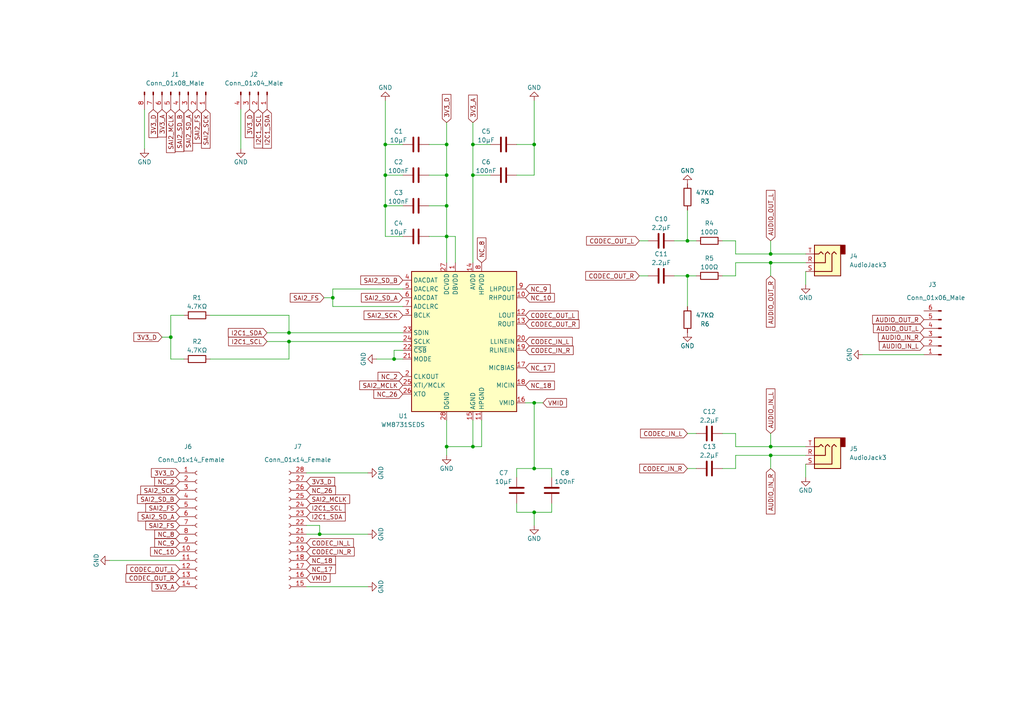
<source format=kicad_sch>
(kicad_sch (version 20231120) (generator "eeschema") (generator_version "8.0")
  (paper "A4")
  (title_block (title "Daisy Seed Development Kit External Codec WM8731") (date "2023-11-08") (rev "1.0.1"))
  (lib_symbols
    (symbol "Audio:WM8731SEDS"
      (property "Reference" "U" (at -13.97 21.59 0))
      (property "Value" "WM8731SEDS" (at 0 5.08 0))
      (symbol "WM8731SEDS_0_1"
        (rectangle (start -15.24 20.32) (end 15.24 -20.32) (stroke (width 0.254)) (fill (type background)))
      )
      (symbol "WM8731SEDS_1_1"
        (pin power_in line (at -2.54 22.86 270) (length 2.54) (name "DBVDD") (number "1"))
        (pin output line (at 17.78 12.7 180) (length 2.54) (name "RHPOUT") (number "10"))
        (pin power_in line (at 5.08 -22.86 90) (length 2.54) (name "HPGND") (number "11"))
        (pin output line (at 17.78 7.62 180) (length 2.54) (name "LOUT") (number "12"))
        (pin output line (at 17.78 5.08 180) (length 2.54) (name "ROUT") (number "13"))
        (pin power_in line (at 2.54 22.86 270) (length 2.54) (name "AVDD") (number "14"))
        (pin power_in line (at 2.54 -22.86 90) (length 2.54) (name "AGND") (number "15"))
        (pin passive line (at 17.78 -17.78 180) (length 2.54) (name "VMID") (number "16"))
        (pin output line (at 17.78 -7.62 180) (length 2.54) (name "MICBIAS") (number "17"))
        (pin input line (at 17.78 -12.7 180) (length 2.54) (name "MICIN") (number "18"))
        (pin input line (at 17.78 -2.54 180) (length 2.54) (name "RLINEIN") (number "19"))
        (pin output line (at -17.78 -10.16 0) (length 2.54) (name "CLKOUT") (number "2"))
        (pin input line (at 17.78 0 180) (length 2.54) (name "LLINEIN") (number "20"))
        (pin input line (at -17.78 -5.08 0) (length 2.54) (name "MODE") (number "21"))
        (pin input line (at -17.78 -2.54 0) (length 2.54) (name "~{CSB}") (number "22"))
        (pin bidirectional line (at -17.78 2.54 0) (length 2.54) (name "SDIN") (number "23"))
        (pin input line (at -17.78 0 0) (length 2.54) (name "SCLK") (number "24"))
        (pin input line (at -17.78 -12.7 0) (length 2.54) (name "XTI/MCLK") (number "25"))
        (pin output line (at -17.78 -15.24 0) (length 2.54) (name "XTO") (number "26"))
        (pin power_in line (at -5.08 22.86 270) (length 2.54) (name "DCVDD") (number "27"))
        (pin power_in line (at -5.08 -22.86 90) (length 2.54) (name "DGND") (number "28"))
        (pin bidirectional line (at -17.78 7.62 0) (length 2.54) (name "BCLK") (number "3"))
        (pin input line (at -17.78 17.78 0) (length 2.54) (name "DACDAT") (number "4"))
        (pin bidirectional line (at -17.78 15.24 0) (length 2.54) (name "DACLRC") (number "5"))
        (pin output line (at -17.78 12.7 0) (length 2.54) (name "ADCDAT") (number "6"))
        (pin bidirectional line (at -17.78 10.16 0) (length 2.54) (name "ADCLRC") (number "7"))
        (pin power_in line (at 5.08 22.86 270) (length 2.54) (name "HPVDD") (number "8"))
        (pin output line (at 17.78 15.24 180) (length 2.54) (name "LHPOUT") (number "9"))
      )
    )
    (symbol "Conn_01x14_Female_1" (pin_names (offset 1.016) hide)
      (property "Reference" "J?" (at 2.54 25.4 0))
      (property "Value" "Conn_01x14_Female_1" (at 2.54 21.59 0))
      (symbol "Conn_01x14_Female_1_1_1"
        (arc (start 0 -17.272) (mid -0.5058 -17.78) (end 0 -18.288) (stroke (width 0.1524)))
        (arc (start 0 -14.732) (mid -0.5058 -15.24) (end 0 -15.748) (stroke (width 0.1524)))
        (arc (start 0 -12.192) (mid -0.5058 -12.7) (end 0 -13.208) (stroke (width 0.1524)))
        (arc (start 0 -9.652) (mid -0.5058 -10.16) (end 0 -10.668) (stroke (width 0.1524)))
        (arc (start 0 -7.112) (mid -0.5058 -7.62) (end 0 -8.128) (stroke (width 0.1524)))
        (arc (start 0 -4.572) (mid -0.5058 -5.08) (end 0 -5.588) (stroke (width 0.1524)))
        (arc (start 0 -2.032) (mid -0.5058 -2.54) (end 0 -3.048) (stroke (width 0.1524)))
        (polyline (pts (xy -1.27 -17.78) (xy -0.508 -17.78)) (stroke (width 0.1524)))
        (polyline (pts (xy -1.27 -15.24) (xy -0.508 -15.24)) (stroke (width 0.1524)))
        (polyline (pts (xy -1.27 -12.7) (xy -0.508 -12.7)) (stroke (width 0.1524)))
        (polyline (pts (xy -1.27 -10.16) (xy -0.508 -10.16)) (stroke (width 0.1524)))
        (polyline (pts (xy -1.27 -7.62) (xy -0.508 -7.62)) (stroke (width 0.1524)))
        (polyline (pts (xy -1.27 -5.08) (xy -0.508 -5.08)) (stroke (width 0.1524)))
        (polyline (pts (xy -1.27 -2.54) (xy -0.508 -2.54)) (stroke (width 0.1524)))
        (polyline (pts (xy -1.27 0) (xy -0.508 0)) (stroke (width 0.1524)))
        (polyline (pts (xy -1.27 2.54) (xy -0.508 2.54)) (stroke (width 0.1524)))
        (polyline (pts (xy -1.27 5.08) (xy -0.508 5.08)) (stroke (width 0.1524)))
        (polyline (pts (xy -1.27 7.62) (xy -0.508 7.62)) (stroke (width 0.1524)))
        (polyline (pts (xy -1.27 10.16) (xy -0.508 10.16)) (stroke (width 0.1524)))
        (polyline (pts (xy -1.27 12.7) (xy -0.508 12.7)) (stroke (width 0.1524)))
        (polyline (pts (xy -1.27 15.24) (xy -0.508 15.24)) (stroke (width 0.1524)))
        (arc (start 0 0.508) (mid -0.5058 0) (end 0 -0.508) (stroke (width 0.1524)))
        (arc (start 0 3.048) (mid -0.5058 2.54) (end 0 2.032) (stroke (width 0.1524)))
        (arc (start 0 5.588) (mid -0.5058 5.08) (end 0 4.572) (stroke (width 0.1524)))
        (arc (start 0 8.128) (mid -0.5058 7.62) (end 0 7.112) (stroke (width 0.1524)))
        (arc (start 0 10.668) (mid -0.5058 10.16) (end 0 9.652) (stroke (width 0.1524)))
        (arc (start 0 13.208) (mid -0.5058 12.7) (end 0 12.192) (stroke (width 0.1524)))
        (arc (start 0 15.748) (mid -0.5058 15.24) (end 0 14.732) (stroke (width 0.1524)))
        (pin passive line (at -5.08 15.24 0) (length 3.81) (name "Pin_1") (number "15"))
        (pin passive line (at -5.08 12.7 0) (length 3.81) (name "Pin_2") (number "16"))
        (pin passive line (at -5.08 10.16 0) (length 3.81) (name "Pin_3") (number "17"))
        (pin passive line (at -5.08 7.62 0) (length 3.81) (name "Pin_4") (number "18"))
        (pin passive line (at -5.08 5.08 0) (length 3.81) (name "Pin_5") (number "19"))
        (pin passive line (at -5.08 2.54 0) (length 3.81) (name "Pin_6") (number "20"))
        (pin passive line (at -5.08 0 0) (length 3.81) (name "Pin_7") (number "21"))
        (pin passive line (at -5.08 -2.54 0) (length 3.81) (name "Pin_8") (number "22"))
        (pin passive line (at -5.08 -5.08 0) (length 3.81) (name "Pin_9") (number "23"))
        (pin passive line (at -5.08 -7.62 0) (length 3.81) (name "Pin_10") (number "24"))
        (pin passive line (at -5.08 -10.16 0) (length 3.81) (name "Pin_11") (number "25"))
        (pin passive line (at -5.08 -12.7 0) (length 3.81) (name "Pin_12") (number "26"))
        (pin passive line (at -5.08 -15.24 0) (length 3.81) (name "Pin_13") (number "27"))
        (pin passive line (at -5.08 -17.78 0) (length 3.81) (name "Pin_14") (number "28"))
      )
    )
    (symbol "Connector:AudioJack3"
      (property "Reference" "J" (at 0 8.89 0))
      (property "Value" "AudioJack3" (at 0 6.35 0))
      (symbol "AudioJack3_0_1"
        (rectangle (start -5.08 -5.08) (end -6.35 -2.54) (stroke (width 0.254)) (fill (type outline)))
        (polyline (pts (xy 0 -2.54) (xy 0.635 -3.175) (xy 1.27 -2.54) (xy 2.54 -2.54)) (stroke (width 0.254)))
        (polyline (pts (xy -1.905 -2.54) (xy -1.27 -3.175) (xy -0.635 -2.54) (xy -0.635 0) (xy 2.54 0)) (stroke (width 0.254)))
        (polyline (pts (xy 2.54 2.54) (xy -2.54 2.54) (xy -2.54 -2.54) (xy -3.175 -3.175) (xy -3.81 -2.54)) (stroke (width 0.254)))
        (rectangle (start 2.54 3.81) (end -5.08 -5.08) (stroke (width 0.254)) (fill (type background)))
      )
      (symbol "AudioJack3_1_1"
        (pin passive line (at 5.08 0 180) (length 2.54) (name "~") (number "R"))
        (pin passive line (at 5.08 2.54 180) (length 2.54) (name "~") (number "S"))
        (pin passive line (at 5.08 -2.54 180) (length 2.54) (name "~") (number "T"))
      )
    )
    (symbol "Connector:Conn_01x04_Male" (pin_names (offset 1.016) hide)
      (property "Reference" "J" (at 0 5.08 0))
      (property "Value" "Conn_01x04_Male" (at 0 -7.62 0))
      (symbol "Conn_01x04_Male_1_1"
        (polyline (pts (xy 1.27 -5.08) (xy 0.8636 -5.08)) (stroke (width 0.1524)))
        (polyline (pts (xy 1.27 -2.54) (xy 0.8636 -2.54)) (stroke (width 0.1524)))
        (polyline (pts (xy 1.27 0) (xy 0.8636 0)) (stroke (width 0.1524)))
        (polyline (pts (xy 1.27 2.54) (xy 0.8636 2.54)) (stroke (width 0.1524)))
        (rectangle (start 0.8636 -4.953) (end 0 -5.207) (stroke (width 0.1524)) (fill (type outline)))
        (rectangle (start 0.8636 -2.413) (end 0 -2.667) (stroke (width 0.1524)) (fill (type outline)))
        (rectangle (start 0.8636 0.127) (end 0 -0.127) (stroke (width 0.1524)) (fill (type outline)))
        (rectangle (start 0.8636 2.667) (end 0 2.413) (stroke (width 0.1524)) (fill (type outline)))
        (pin passive line (at 5.08 2.54 180) (length 3.81) (name "Pin_1") (number "1"))
        (pin passive line (at 5.08 0 180) (length 3.81) (name "Pin_2") (number "2"))
        (pin passive line (at 5.08 -2.54 180) (length 3.81) (name "Pin_3") (number "3"))
        (pin passive line (at 5.08 -5.08 180) (length 3.81) (name "Pin_4") (number "4"))
      )
    )
    (symbol "Connector:Conn_01x06_Male" (pin_names (offset 1.016) hide)
      (property "Reference" "J" (at 0 7.62 0))
      (property "Value" "Conn_01x06_Male" (at 0 -10.16 0))
      (symbol "Conn_01x06_Male_1_1"
        (polyline (pts (xy 1.27 -7.62) (xy 0.8636 -7.62)) (stroke (width 0.1524)))
        (polyline (pts (xy 1.27 -5.08) (xy 0.8636 -5.08)) (stroke (width 0.1524)))
        (polyline (pts (xy 1.27 -2.54) (xy 0.8636 -2.54)) (stroke (width 0.1524)))
        (polyline (pts (xy 1.27 0) (xy 0.8636 0)) (stroke (width 0.1524)))
        (polyline (pts (xy 1.27 2.54) (xy 0.8636 2.54)) (stroke (width 0.1524)))
        (polyline (pts (xy 1.27 5.08) (xy 0.8636 5.08)) (stroke (width 0.1524)))
        (rectangle (start 0.8636 -7.493) (end 0 -7.747) (stroke (width 0.1524)) (fill (type outline)))
        (rectangle (start 0.8636 -4.953) (end 0 -5.207) (stroke (width 0.1524)) (fill (type outline)))
        (rectangle (start 0.8636 -2.413) (end 0 -2.667) (stroke (width 0.1524)) (fill (type outline)))
        (rectangle (start 0.8636 0.127) (end 0 -0.127) (stroke (width 0.1524)) (fill (type outline)))
        (rectangle (start 0.8636 2.667) (end 0 2.413) (stroke (width 0.1524)) (fill (type outline)))
        (rectangle (start 0.8636 5.207) (end 0 4.953) (stroke (width 0.1524)) (fill (type outline)))
        (pin passive line (at 5.08 5.08 180) (length 3.81) (name "Pin_1") (number "1"))
        (pin passive line (at 5.08 2.54 180) (length 3.81) (name "Pin_2") (number "2"))
        (pin passive line (at 5.08 0 180) (length 3.81) (name "Pin_3") (number "3"))
        (pin passive line (at 5.08 -2.54 180) (length 3.81) (name "Pin_4") (number "4"))
        (pin passive line (at 5.08 -5.08 180) (length 3.81) (name "Pin_5") (number "5"))
        (pin passive line (at 5.08 -7.62 180) (length 3.81) (name "Pin_6") (number "6"))
      )
    )
    (symbol "Connector:Conn_01x08_Male" (pin_names (offset 1.016) hide)
      (property "Reference" "J" (at 0 10.16 0))
      (property "Value" "Conn_01x08_Male" (at 0 -12.7 0))
      (symbol "Conn_01x08_Male_1_1"
        (polyline (pts (xy 1.27 -10.16) (xy 0.8636 -10.16)) (stroke (width 0.1524)))
        (polyline (pts (xy 1.27 -7.62) (xy 0.8636 -7.62)) (stroke (width 0.1524)))
        (polyline (pts (xy 1.27 -5.08) (xy 0.8636 -5.08)) (stroke (width 0.1524)))
        (polyline (pts (xy 1.27 -2.54) (xy 0.8636 -2.54)) (stroke (width 0.1524)))
        (polyline (pts (xy 1.27 0) (xy 0.8636 0)) (stroke (width 0.1524)))
        (polyline (pts (xy 1.27 2.54) (xy 0.8636 2.54)) (stroke (width 0.1524)))
        (polyline (pts (xy 1.27 5.08) (xy 0.8636 5.08)) (stroke (width 0.1524)))
        (polyline (pts (xy 1.27 7.62) (xy 0.8636 7.62)) (stroke (width 0.1524)))
        (rectangle (start 0.8636 -10.033) (end 0 -10.287) (stroke (width 0.1524)) (fill (type outline)))
        (rectangle (start 0.8636 -7.493) (end 0 -7.747) (stroke (width 0.1524)) (fill (type outline)))
        (rectangle (start 0.8636 -4.953) (end 0 -5.207) (stroke (width 0.1524)) (fill (type outline)))
        (rectangle (start 0.8636 -2.413) (end 0 -2.667) (stroke (width 0.1524)) (fill (type outline)))
        (rectangle (start 0.8636 0.127) (end 0 -0.127) (stroke (width 0.1524)) (fill (type outline)))
        (rectangle (start 0.8636 2.667) (end 0 2.413) (stroke (width 0.1524)) (fill (type outline)))
        (rectangle (start 0.8636 5.207) (end 0 4.953) (stroke (width 0.1524)) (fill (type outline)))
        (rectangle (start 0.8636 7.747) (end 0 7.493) (stroke (width 0.1524)) (fill (type outline)))
        (pin passive line (at 5.08 7.62 180) (length 3.81) (name "Pin_1") (number "1"))
        (pin passive line (at 5.08 5.08 180) (length 3.81) (name "Pin_2") (number "2"))
        (pin passive line (at 5.08 2.54 180) (length 3.81) (name "Pin_3") (number "3"))
        (pin passive line (at 5.08 0 180) (length 3.81) (name "Pin_4") (number "4"))
        (pin passive line (at 5.08 -2.54 180) (length 3.81) (name "Pin_5") (number "5"))
        (pin passive line (at 5.08 -5.08 180) (length 3.81) (name "Pin_6") (number "6"))
        (pin passive line (at 5.08 -7.62 180) (length 3.81) (name "Pin_7") (number "7"))
        (pin passive line (at 5.08 -10.16 180) (length 3.81) (name "Pin_8") (number "8"))
      )
    )
    (symbol "Connector:Conn_01x14_Female" (pin_names (offset 1.016) hide)
      (property "Reference" "J" (at 0 17.78 0))
      (property "Value" "Conn_01x14_Female" (at 0 -20.32 0))
      (symbol "Conn_01x14_Female_1_1"
        (arc (start 0 -17.272) (mid -0.5058 -17.78) (end 0 -18.288) (stroke (width 0.1524)))
        (arc (start 0 -14.732) (mid -0.5058 -15.24) (end 0 -15.748) (stroke (width 0.1524)))
        (arc (start 0 -12.192) (mid -0.5058 -12.7) (end 0 -13.208) (stroke (width 0.1524)))
        (arc (start 0 -9.652) (mid -0.5058 -10.16) (end 0 -10.668) (stroke (width 0.1524)))
        (arc (start 0 -7.112) (mid -0.5058 -7.62) (end 0 -8.128) (stroke (width 0.1524)))
        (arc (start 0 -4.572) (mid -0.5058 -5.08) (end 0 -5.588) (stroke (width 0.1524)))
        (arc (start 0 -2.032) (mid -0.5058 -2.54) (end 0 -3.048) (stroke (width 0.1524)))
        (polyline (pts (xy -1.27 -17.78) (xy -0.508 -17.78)) (stroke (width 0.1524)))
        (polyline (pts (xy -1.27 -15.24) (xy -0.508 -15.24)) (stroke (width 0.1524)))
        (polyline (pts (xy -1.27 -12.7) (xy -0.508 -12.7)) (stroke (width 0.1524)))
        (polyline (pts (xy -1.27 -10.16) (xy -0.508 -10.16)) (stroke (width 0.1524)))
        (polyline (pts (xy -1.27 -7.62) (xy -0.508 -7.62)) (stroke (width 0.1524)))
        (polyline (pts (xy -1.27 -5.08) (xy -0.508 -5.08)) (stroke (width 0.1524)))
        (polyline (pts (xy -1.27 -2.54) (xy -0.508 -2.54)) (stroke (width 0.1524)))
        (polyline (pts (xy -1.27 0) (xy -0.508 0)) (stroke (width 0.1524)))
        (polyline (pts (xy -1.27 2.54) (xy -0.508 2.54)) (stroke (width 0.1524)))
        (polyline (pts (xy -1.27 5.08) (xy -0.508 5.08)) (stroke (width 0.1524)))
        (polyline (pts (xy -1.27 7.62) (xy -0.508 7.62)) (stroke (width 0.1524)))
        (polyline (pts (xy -1.27 10.16) (xy -0.508 10.16)) (stroke (width 0.1524)))
        (polyline (pts (xy -1.27 12.7) (xy -0.508 12.7)) (stroke (width 0.1524)))
        (polyline (pts (xy -1.27 15.24) (xy -0.508 15.24)) (stroke (width 0.1524)))
        (arc (start 0 0.508) (mid -0.5058 0) (end 0 -0.508) (stroke (width 0.1524)))
        (arc (start 0 3.048) (mid -0.5058 2.54) (end 0 2.032) (stroke (width 0.1524)))
        (arc (start 0 5.588) (mid -0.5058 5.08) (end 0 4.572) (stroke (width 0.1524)))
        (arc (start 0 8.128) (mid -0.5058 7.62) (end 0 7.112) (stroke (width 0.1524)))
        (arc (start 0 10.668) (mid -0.5058 10.16) (end 0 9.652) (stroke (width 0.1524)))
        (arc (start 0 13.208) (mid -0.5058 12.7) (end 0 12.192) (stroke (width 0.1524)))
        (arc (start 0 15.748) (mid -0.5058 15.24) (end 0 14.732) (stroke (width 0.1524)))
        (pin passive line (at -5.08 15.24 0) (length 3.81) (name "Pin_1") (number "1"))
        (pin passive line (at -5.08 -7.62 0) (length 3.81) (name "Pin_10") (number "10"))
        (pin passive line (at -5.08 -10.16 0) (length 3.81) (name "Pin_11") (number "11"))
        (pin passive line (at -5.08 -12.7 0) (length 3.81) (name "Pin_12") (number "12"))
        (pin passive line (at -5.08 -15.24 0) (length 3.81) (name "Pin_13") (number "13"))
        (pin passive line (at -5.08 -17.78 0) (length 3.81) (name "Pin_14") (number "14"))
        (pin passive line (at -5.08 12.7 0) (length 3.81) (name "Pin_2") (number "2"))
        (pin passive line (at -5.08 10.16 0) (length 3.81) (name "Pin_3") (number "3"))
        (pin passive line (at -5.08 7.62 0) (length 3.81) (name "Pin_4") (number "4"))
        (pin passive line (at -5.08 5.08 0) (length 3.81) (name "Pin_5") (number "5"))
        (pin passive line (at -5.08 2.54 0) (length 3.81) (name "Pin_6") (number "6"))
        (pin passive line (at -5.08 0 0) (length 3.81) (name "Pin_7") (number "7"))
        (pin passive line (at -5.08 -2.54 0) (length 3.81) (name "Pin_8") (number "8"))
        (pin passive line (at -5.08 -5.08 0) (length 3.81) (name "Pin_9") (number "9"))
      )
    )
    (symbol "Device:C" (pin_numbers hide) (pin_names (offset 0.254))
      (property "Reference" "C" (at 0.635 2.54 0))
      (property "Value" "C" (at 0.635 -2.54 0))
      (symbol "C_0_1"
        (polyline (pts (xy -2.032 -0.762) (xy 2.032 -0.762)) (stroke (width 0.508)))
        (polyline (pts (xy -2.032 0.762) (xy 2.032 0.762)) (stroke (width 0.508)))
      )
      (symbol "C_1_1"
        (pin passive line (at 0 3.81 270) (length 2.794) (name "~") (number "1"))
        (pin passive line (at 0 -3.81 90) (length 2.794) (name "~") (number "2"))
      )
    )
    (symbol "Device:R" (pin_numbers hide) (pin_names (offset 0))
      (property "Reference" "R" (at 2.032 0 90))
      (property "Value" "R" (at 0 0 90))
      (symbol "R_0_1"
        (rectangle (start -1.016 -2.54) (end 1.016 2.54) (stroke (width 0.254)))
      )
      (symbol "R_1_1"
        (pin passive line (at 0 3.81 270) (length 1.27) (name "~") (number "1"))
        (pin passive line (at 0 -3.81 90) (length 1.27) (name "~") (number "2"))
      )
    )
    (symbol "power:GND" (power) (pin_names (offset 0))
      (property "Value" "GND" (at 0 -3.81 0))
      (symbol "GND_0_1"
        (polyline (pts (xy 0 0) (xy 0 -1.27) (xy 1.27 -1.27) (xy 0 -2.54) (xy -1.27 -1.27) (xy 0 -1.27)))
      )
      (symbol "GND_1_1"
        (pin power_in line (at 0 0 270) (length 0) hide (name "GND") (number "1"))
      )
    )
  )
  (junction (at 154.94 148.59))
  (junction (at 49.53 97.79))
  (junction (at 154.94 135.89))
  (junction (at 223.52 73.66))
  (junction (at 111.76 41.91))
  (junction (at 154.94 116.84))
  (junction (at 137.16 50.8))
  (junction (at 223.52 129.54))
  (junction (at 111.76 59.69))
  (junction (at 129.54 59.69))
  (junction (at 83.82 96.52))
  (junction (at 92.71 154.94))
  (junction (at 199.39 69.85))
  (junction (at 96.52 86.36))
  (junction (at 137.16 41.91))
  (junction (at 129.54 68.58))
  (junction (at 83.82 99.06))
  (junction (at 199.39 80.01))
  (junction (at 129.54 41.91))
  (junction (at 137.16 129.54))
  (junction (at 129.54 50.8))
  (junction (at 154.94 41.91))
  (junction (at 129.54 129.54))
  (junction (at 223.52 132.08))
  (junction (at 114.3 104.14))
  (junction (at 223.52 76.2))
  (junction (at 111.76 50.8))
  (wire (pts (xy 199.39 125.73) (xy 201.93 125.73)))
  (wire (pts (xy 199.39 69.85) (xy 199.39 60.96)))
  (wire (pts (xy 124.46 68.58) (xy 129.54 68.58)))
  (wire (pts (xy 88.9 154.94) (xy 92.71 154.94)))
  (wire (pts (xy 160.02 148.59) (xy 160.02 146.05)))
  (wire (pts (xy 154.94 41.91) (xy 154.94 50.8)))
  (wire (pts (xy 137.16 129.54) (xy 129.54 129.54)))
  (wire (pts (xy 213.36 69.85) (xy 209.55 69.85)))
  (wire (pts (xy 49.53 91.44) (xy 49.53 97.79)))
  (wire (pts (xy 154.94 135.89) (xy 154.94 116.84)))
  (wire (pts (xy 137.16 50.8) (xy 142.24 50.8)))
  (wire (pts (xy 137.16 121.92) (xy 137.16 129.54)))
  (wire (pts (xy 114.3 104.14) (xy 116.84 104.14)))
  (wire (pts (xy 109.22 104.14) (xy 114.3 104.14)))
  (wire (pts (xy 199.39 135.89) (xy 201.93 135.89)))
  (wire (pts (xy 149.86 135.89) (xy 149.86 138.43)))
  (wire (pts (xy 137.16 41.91) (xy 137.16 50.8)))
  (wire (pts (xy 149.86 50.8) (xy 154.94 50.8)))
  (wire (pts (xy 96.52 83.82) (xy 96.52 86.36)))
  (wire (pts (xy 209.55 80.01) (xy 213.36 80.01)))
  (wire (pts (xy 213.36 129.54) (xy 213.36 125.73)))
  (wire (pts (xy 149.86 148.59) (xy 154.94 148.59)))
  (wire (pts (xy 185.42 80.01) (xy 187.96 80.01)))
  (wire (pts (xy 83.82 99.06) (xy 116.84 99.06)))
  (wire (pts (xy 149.86 135.89) (xy 154.94 135.89)))
  (wire (pts (xy 111.76 59.69) (xy 111.76 68.58)))
  (wire (pts (xy 83.82 96.52) (xy 116.84 96.52)))
  (wire (pts (xy 199.39 80.01) (xy 199.39 88.9)))
  (wire (pts (xy 233.68 138.43) (xy 233.68 134.62)))
  (wire (pts (xy 96.52 88.9) (xy 116.84 88.9)))
  (wire (pts (xy 46.99 97.79) (xy 49.53 97.79)))
  (wire (pts (xy 111.76 68.58) (xy 116.84 68.58)))
  (wire (pts (xy 233.68 76.2) (xy 223.52 76.2)))
  (wire (pts (xy 137.16 35.56) (xy 137.16 41.91)))
  (wire (pts (xy 114.3 101.6) (xy 114.3 104.14)))
  (wire (pts (xy 195.58 80.01) (xy 199.39 80.01)))
  (wire (pts (xy 129.54 59.69) (xy 129.54 68.58)))
  (wire (pts (xy 209.55 135.89) (xy 213.36 135.89)))
  (wire (pts (xy 223.52 76.2) (xy 213.36 76.2)))
  (wire (pts (xy 185.42 69.85) (xy 187.96 69.85)))
  (wire (pts (xy 116.84 83.82) (xy 96.52 83.82)))
  (wire (pts (xy 49.53 104.14) (xy 53.34 104.14)))
  (wire (pts (xy 213.36 125.73) (xy 209.55 125.73)))
  (wire (pts (xy 111.76 50.8) (xy 111.76 59.69)))
  (wire (pts (xy 111.76 41.91) (xy 111.76 50.8)))
  (wire (pts (xy 124.46 41.91) (xy 129.54 41.91)))
  (wire (pts (xy 31.75 162.56) (xy 52.07 162.56)))
  (wire (pts (xy 129.54 121.92) (xy 129.54 129.54)))
  (wire (pts (xy 154.94 135.89) (xy 160.02 135.89)))
  (wire (pts (xy 137.16 41.91) (xy 142.24 41.91)))
  (wire (pts (xy 77.47 99.06) (xy 83.82 99.06)))
  (wire (pts (xy 83.82 104.14) (xy 83.82 99.06)))
  (wire (pts (xy 77.47 96.52) (xy 83.82 96.52)))
  (wire (pts (xy 129.54 35.56) (xy 129.54 41.91)))
  (wire (pts (xy 124.46 50.8) (xy 129.54 50.8)))
  (wire (pts (xy 92.71 154.94) (xy 92.71 152.4)))
  (wire (pts (xy 154.94 148.59) (xy 154.94 152.4)))
  (wire (pts (xy 250.19 102.87) (xy 267.97 102.87)))
  (wire (pts (xy 223.52 132.08) (xy 223.52 135.89)))
  (wire (pts (xy 199.39 69.85) (xy 201.93 69.85)))
  (wire (pts (xy 88.9 152.4) (xy 92.71 152.4)))
  (wire (pts (xy 223.52 132.08) (xy 233.68 132.08)))
  (wire (pts (xy 199.39 80.01) (xy 201.93 80.01)))
  (wire (pts (xy 111.76 50.8) (xy 116.84 50.8)))
  (wire (pts (xy 49.53 97.79) (xy 49.53 104.14)))
  (wire (pts (xy 129.54 68.58) (xy 129.54 76.2)))
  (wire (pts (xy 213.36 76.2) (xy 213.36 80.01)))
  (wire (pts (xy 154.94 148.59) (xy 160.02 148.59)))
  (wire (pts (xy 60.96 91.44) (xy 83.82 91.44)))
  (wire (pts (xy 106.68 170.18) (xy 88.9 170.18)))
  (wire (pts (xy 152.4 116.84) (xy 154.94 116.84)))
  (wire (pts (xy 129.54 68.58) (xy 132.08 68.58)))
  (wire (pts (xy 124.46 59.69) (xy 129.54 59.69)))
  (wire (pts (xy 116.84 101.6) (xy 114.3 101.6)))
  (wire (pts (xy 213.36 73.66) (xy 223.52 73.66)))
  (wire (pts (xy 223.52 125.73) (xy 223.52 129.54)))
  (wire (pts (xy 41.91 31.75) (xy 41.91 43.18)))
  (wire (pts (xy 213.36 73.66) (xy 213.36 69.85)))
  (wire (pts (xy 111.76 59.69) (xy 116.84 59.69)))
  (wire (pts (xy 60.96 104.14) (xy 83.82 104.14)))
  (wire (pts (xy 49.53 91.44) (xy 53.34 91.44)))
  (wire (pts (xy 137.16 50.8) (xy 137.16 76.2)))
  (wire (pts (xy 154.94 116.84) (xy 157.48 116.84)))
  (wire (pts (xy 223.52 69.85) (xy 223.52 73.66)))
  (wire (pts (xy 129.54 50.8) (xy 129.54 59.69)))
  (wire (pts (xy 129.54 41.91) (xy 129.54 50.8)))
  (wire (pts (xy 69.85 31.75) (xy 69.85 43.18)))
  (wire (pts (xy 223.52 76.2) (xy 223.52 80.01)))
  (wire (pts (xy 213.36 135.89) (xy 213.36 132.08)))
  (wire (pts (xy 88.9 137.16) (xy 106.68 137.16)))
  (wire (pts (xy 92.71 154.94) (xy 106.68 154.94)))
  (wire (pts (xy 233.68 82.55) (xy 233.68 78.74)))
  (wire (pts (xy 139.7 129.54) (xy 137.16 129.54)))
  (wire (pts (xy 223.52 129.54) (xy 233.68 129.54)))
  (wire (pts (xy 213.36 132.08) (xy 223.52 132.08)))
  (wire (pts (xy 96.52 86.36) (xy 96.52 88.9)))
  (wire (pts (xy 93.98 86.36) (xy 96.52 86.36)))
  (wire (pts (xy 154.94 29.21) (xy 154.94 41.91)))
  (wire (pts (xy 83.82 91.44) (xy 83.82 96.52)))
  (wire (pts (xy 139.7 121.92) (xy 139.7 129.54)))
  (wire (pts (xy 129.54 129.54) (xy 129.54 132.08)))
  (wire (pts (xy 223.52 73.66) (xy 233.68 73.66)))
  (wire (pts (xy 132.08 76.2) (xy 132.08 68.58)))
  (wire (pts (xy 160.02 135.89) (xy 160.02 138.43)))
  (wire (pts (xy 149.86 41.91) (xy 154.94 41.91)))
  (wire (pts (xy 213.36 129.54) (xy 223.52 129.54)))
  (wire (pts (xy 195.58 69.85) (xy 199.39 69.85)))
  (wire (pts (xy 149.86 148.59) (xy 149.86 146.05)))
  (wire (pts (xy 111.76 41.91) (xy 116.84 41.91)))
  (wire (pts (xy 111.76 29.21) (xy 111.76 41.91)))
  (global_label "I2C1_SDA" (shape input) (at 77.47 31.75 270) (property "Intersheetrefs" "${INTERSHEET_REFS}" (effects (hide yes))))
  (global_label "CODEC_IN_R" (shape input) (at 152.4 101.6 0) (property "Intersheetrefs" "${INTERSHEET_REFS}" (effects (hide yes))))
  (global_label "SAI2_SD_B" (shape input) (at 52.07 144.78 180) (property "Intersheetrefs" "${INTERSHEET_REFS}" (effects (hide yes))))
  (global_label "3V3_A" (shape input) (at 137.16 35.56 90) (property "Intersheetrefs" "${INTERSHEET_REFS}" (effects (hide yes))))
  (global_label "NC_9" (shape input) (at 52.07 157.48 180) (property "Intersheetrefs" "${INTERSHEET_REFS}" (effects (hide yes))))
  (global_label "AUDIO_IN_R" (shape input) (at 223.52 135.89 270) (property "Intersheetrefs" "${INTERSHEET_REFS}" (effects (hide yes))))
  (global_label "NC_8" (shape input) (at 139.7 76.2 90) (property "Intersheetrefs" "${INTERSHEET_REFS}" (effects (hide yes))))
  (global_label "VMID" (shape input) (at 88.9 167.64 0) (property "Intersheetrefs" "${INTERSHEET_REFS}" (effects (hide yes))))
  (global_label "AUDIO_OUT_R" (shape input) (at 267.97 92.71 180) (property "Intersheetrefs" "${INTERSHEET_REFS}" (effects (hide yes))))
  (global_label "NC_17" (shape input) (at 152.4 106.68 0) (property "Intersheetrefs" "${INTERSHEET_REFS}" (effects (hide yes))))
  (global_label "I2C1_SCL" (shape input) (at 74.93 31.75 270) (property "Intersheetrefs" "${INTERSHEET_REFS}" (effects (hide yes))))
  (global_label "SAI2_SD_A" (shape input) (at 116.84 86.36 180) (property "Intersheetrefs" "${INTERSHEET_REFS}" (effects (hide yes))))
  (global_label "NC_10" (shape input) (at 52.07 160.02 180) (property "Intersheetrefs" "${INTERSHEET_REFS}" (effects (hide yes))))
  (global_label "SAI2_MCLK" (shape input) (at 116.84 111.76 180) (property "Intersheetrefs" "${INTERSHEET_REFS}" (effects (hide yes))))
  (global_label "NC_18" (shape input) (at 152.4 111.76 0) (property "Intersheetrefs" "${INTERSHEET_REFS}" (effects (hide yes))))
  (global_label "SAI2_FS" (shape input) (at 52.07 147.32 180) (property "Intersheetrefs" "${INTERSHEET_REFS}" (effects (hide yes))))
  (global_label "I2C1_SDA" (shape input) (at 77.47 96.52 180) (property "Intersheetrefs" "${INTERSHEET_REFS}" (effects (hide yes))))
  (global_label "AUDIO_OUT_R" (shape input) (at 223.52 80.01 270) (property "Intersheetrefs" "${INTERSHEET_REFS}" (effects (hide yes))))
  (global_label "I2C1_SDA" (shape input) (at 88.9 149.86 0) (property "Intersheetrefs" "${INTERSHEET_REFS}" (effects (hide yes))))
  (global_label "NC_26" (shape input) (at 116.84 114.3 180) (property "Intersheetrefs" "${INTERSHEET_REFS}" (effects (hide yes))))
  (global_label "SAI2_FS" (shape input) (at 93.98 86.36 180) (property "Intersheetrefs" "${INTERSHEET_REFS}" (effects (hide yes))))
  (global_label "NC_26" (shape input) (at 88.9 142.24 0) (property "Intersheetrefs" "${INTERSHEET_REFS}" (effects (hide yes))))
  (global_label "AUDIO_OUT_L" (shape input) (at 267.97 95.25 180) (property "Intersheetrefs" "${INTERSHEET_REFS}" (effects (hide yes))))
  (global_label "SAI2_SD_A" (shape input) (at 52.07 149.86 180) (property "Intersheetrefs" "${INTERSHEET_REFS}" (effects (hide yes))))
  (global_label "3V3_D" (shape input) (at 88.9 139.7 0) (property "Intersheetrefs" "${INTERSHEET_REFS}" (effects (hide yes))))
  (global_label "NC_10" (shape input) (at 152.4 86.36 0) (property "Intersheetrefs" "${INTERSHEET_REFS}" (effects (hide yes))))
  (global_label "CODEC_OUT_L" (shape input) (at 152.4 91.44 0) (property "Intersheetrefs" "${INTERSHEET_REFS}" (effects (hide yes))))
  (global_label "CODEC_OUT_R" (shape input) (at 185.42 80.01 180) (property "Intersheetrefs" "${INTERSHEET_REFS}" (effects (hide yes))))
  (global_label "SAI2_SCK" (shape input) (at 116.84 91.44 180) (property "Intersheetrefs" "${INTERSHEET_REFS}" (effects (hide yes))))
  (global_label "CODEC_OUT_R" (shape input) (at 52.07 167.64 180) (property "Intersheetrefs" "${INTERSHEET_REFS}" (effects (hide yes))))
  (global_label "AUDIO_IN_R" (shape input) (at 267.97 97.79 180) (property "Intersheetrefs" "${INTERSHEET_REFS}" (effects (hide yes))))
  (global_label "VMID" (shape input) (at 157.48 116.84 0) (property "Intersheetrefs" "${INTERSHEET_REFS}" (effects (hide yes))))
  (global_label "SAI2_FS" (shape input) (at 52.07 152.4 180) (property "Intersheetrefs" "${INTERSHEET_REFS}" (effects (hide yes))))
  (global_label "CODEC_IN_R" (shape input) (at 199.39 135.89 180) (property "Intersheetrefs" "${INTERSHEET_REFS}" (effects (hide yes))))
  (global_label "CODEC_IN_L" (shape input) (at 88.9 157.48 0) (property "Intersheetrefs" "${INTERSHEET_REFS}" (effects (hide yes))))
  (global_label "3V3_A" (shape input) (at 46.99 31.75 270) (property "Intersheetrefs" "${INTERSHEET_REFS}" (effects (hide yes))))
  (global_label "CODEC_IN_R" (shape input) (at 88.9 160.02 0) (property "Intersheetrefs" "${INTERSHEET_REFS}" (effects (hide yes))))
  (global_label "3V3_A" (shape input) (at 52.07 170.18 180) (property "Intersheetrefs" "${INTERSHEET_REFS}" (effects (hide yes))))
  (global_label "SAI2_SD_B" (shape input) (at 116.84 81.28 180) (property "Intersheetrefs" "${INTERSHEET_REFS}" (effects (hide yes))))
  (global_label "NC_8" (shape input) (at 52.07 154.94 180) (property "Intersheetrefs" "${INTERSHEET_REFS}" (effects (hide yes))))
  (global_label "3V3_D" (shape input) (at 129.54 35.56 90) (property "Intersheetrefs" "${INTERSHEET_REFS}" (effects (hide yes))))
  (global_label "SAI2_SCK" (shape input) (at 52.07 142.24 180) (property "Intersheetrefs" "${INTERSHEET_REFS}" (effects (hide yes))))
  (global_label "3V3_D" (shape input) (at 46.99 97.79 180) (property "Intersheetrefs" "${INTERSHEET_REFS}" (effects (hide yes))))
  (global_label "I2C1_SCL" (shape input) (at 88.9 147.32 0) (property "Intersheetrefs" "${INTERSHEET_REFS}" (effects (hide yes))))
  (global_label "SAI2_SCK" (shape input) (at 59.69 31.75 270) (property "Intersheetrefs" "${INTERSHEET_REFS}" (effects (hide yes))))
  (global_label "AUDIO_IN_L" (shape input) (at 223.52 125.73 90) (property "Intersheetrefs" "${INTERSHEET_REFS}" (effects (hide yes))))
  (global_label "NC_18" (shape input) (at 88.9 162.56 0) (property "Intersheetrefs" "${INTERSHEET_REFS}" (effects (hide yes))))
  (global_label "SAI2_SD_B" (shape input) (at 52.07 31.75 270) (property "Intersheetrefs" "${INTERSHEET_REFS}" (effects (hide yes))))
  (global_label "NC_2" (shape input) (at 116.84 109.22 180) (property "Intersheetrefs" "${INTERSHEET_REFS}" (effects (hide yes))))
  (global_label "AUDIO_OUT_L" (shape input) (at 223.52 69.85 90) (property "Intersheetrefs" "${INTERSHEET_REFS}" (effects (hide yes))))
  (global_label "CODEC_IN_L" (shape input) (at 199.39 125.73 180) (property "Intersheetrefs" "${INTERSHEET_REFS}" (effects (hide yes))))
  (global_label "CODEC_IN_L" (shape input) (at 152.4 99.06 0) (property "Intersheetrefs" "${INTERSHEET_REFS}" (effects (hide yes))))
  (global_label "CODEC_OUT_R" (shape input) (at 152.4 93.98 0) (property "Intersheetrefs" "${INTERSHEET_REFS}" (effects (hide yes))))
  (global_label "SAI2_FS" (shape input) (at 57.15 31.75 270) (property "Intersheetrefs" "${INTERSHEET_REFS}" (effects (hide yes))))
  (global_label "3V3_D" (shape input) (at 52.07 137.16 180) (property "Intersheetrefs" "${INTERSHEET_REFS}" (effects (hide yes))))
  (global_label "3V3_D" (shape input) (at 72.39 31.75 270) (property "Intersheetrefs" "${INTERSHEET_REFS}" (effects (hide yes))))
  (global_label "I2C1_SCL" (shape input) (at 77.47 99.06 180) (property "Intersheetrefs" "${INTERSHEET_REFS}" (effects (hide yes))))
  (global_label "NC_17" (shape input) (at 88.9 165.1 0) (property "Intersheetrefs" "${INTERSHEET_REFS}" (effects (hide yes))))
  (global_label "NC_2" (shape input) (at 52.07 139.7 180) (property "Intersheetrefs" "${INTERSHEET_REFS}" (effects (hide yes))))
  (global_label "NC_9" (shape input) (at 152.4 83.82 0) (property "Intersheetrefs" "${INTERSHEET_REFS}" (effects (hide yes))))
  (global_label "SAI2_MCLK" (shape input) (at 88.9 144.78 0) (property "Intersheetrefs" "${INTERSHEET_REFS}" (effects (hide yes))))
  (global_label "AUDIO_IN_L" (shape input) (at 267.97 100.33 180) (property "Intersheetrefs" "${INTERSHEET_REFS}" (effects (hide yes))))
  (global_label "CODEC_OUT_L" (shape input) (at 185.42 69.85 180) (property "Intersheetrefs" "${INTERSHEET_REFS}" (effects (hide yes))))
  (global_label "SAI2_MCLK" (shape input) (at 49.53 31.75 270) (property "Intersheetrefs" "${INTERSHEET_REFS}" (effects (hide yes))))
  (global_label "SAI2_SD_A" (shape input) (at 54.61 31.75 270) (property "Intersheetrefs" "${INTERSHEET_REFS}" (effects (hide yes))))
  (global_label "3V3_D" (shape input) (at 44.45 31.75 270) (property "Intersheetrefs" "${INTERSHEET_REFS}" (effects (hide yes))))
  (global_label "CODEC_OUT_L" (shape input) (at 52.07 165.1 180) (property "Intersheetrefs" "${INTERSHEET_REFS}" (effects (hide yes))))
  (symbol (lib_id "Device:R") (at 199.39 57.15 180) (unit 1)
    (property "Reference" "R3" (at 204.47 58.42 0))
    (property "Value" "47KΩ" (at 204.47 55.88 0))
    (property "Footprint" "Resistor_THT:R_Axial_DIN0207_L6.3mm_D2.5mm_P10.16mm_Horizontal" (effects (hide yes)))
  )
  (symbol (lib_id "Device:C") (at 191.77 69.85 90) (unit 1)
    (property "Reference" "C10" (at 191.77 63.5 90))
    (property "Value" "2.2μF" (at 191.77 66.04 90))
    (property "Footprint" "Capacitor_THT:C_Disc_D5.0mm_W2.5mm_P5.00mm" (effects (hide yes)))
  )
  (symbol (lib_id "Connector:Conn_01x08_Male") (at 52.07 26.67 270) (unit 1)
    (property "Reference" "J1" (at 50.8 21.59 90))
    (property "Value" "Conn_01x08_Male" (at 50.8 24.13 90))
    (property "Footprint" "Connector_PinSocket_2.54mm:PinSocket_1x08_P2.54mm_Vertical" (effects (hide yes)))
  )
  (symbol (lib_id "Audio:WM8731SEDS") (at 134.62 99.06 0) (unit 1)
    (property "Reference" "U1" (at 115.57 120.65 0) (effects (justify left)))
    (property "Value" "WM8731SEDS" (at 110.49 123.19 0) (effects (justify left)))
    (property "Footprint" "Package_SO:SSOP-28_5.3x10.2mm_P0.65mm" (effects (hide yes)))
    (property "Datasheet" "https://statics.cirrus.com/pubs/proDatasheet/WM8731_v4.9.pdf" (effects (hide yes)))
  )
  (symbol (lib_id "power:GND") (at 233.68 82.55 0) (mirror y) (unit 1)
    (property "Reference" "#PWR0105" (effects (hide yes)))
    (property "Value" "GND" (at 233.68 86.36 0))
  )
  (symbol (lib_id "power:GND") (at 111.76 29.21 0) (mirror x) (unit 1)
    (property "Reference" "#PWR0114" (effects (hide yes)))
    (property "Value" "GND" (at 111.76 25.4 0))
  )
  (symbol (lib_id "Device:C") (at 149.86 142.24 180) (unit 1)
    (property "Reference" "C7" (at 146.05 137.16 0))
    (property "Value" "10μF" (at 146.05 139.7 0))
    (property "Footprint" "Capacitor_THT:C_Disc_D5.0mm_W2.5mm_P5.00mm" (effects (hide yes)))
  )
  (symbol (lib_id "Device:C") (at 146.05 50.8 270) (unit 1)
    (property "Reference" "C6" (at 140.97 46.99 90))
    (property "Value" "100nF" (at 140.97 49.53 90))
    (property "Footprint" "Capacitor_THT:C_Disc_D5.0mm_W2.5mm_P2.50mm" (effects (hide yes)))
  )
  (symbol (lib_id "Device:R") (at 205.74 80.01 90) (unit 1)
    (property "Reference" "R5" (at 205.74 74.93 90))
    (property "Value" "100Ω" (at 205.74 77.47 90))
    (property "Footprint" "Resistor_THT:R_Axial_DIN0207_L6.3mm_D2.5mm_P10.16mm_Horizontal" (effects (hide yes)))
  )
  (symbol (lib_id "power:GND") (at 199.39 96.52 0) (mirror y) (unit 1)
    (property "Reference" "#PWR0103" (effects (hide yes)))
    (property "Value" "GND" (at 199.39 100.33 0))
  )
  (symbol (lib_id "Device:C") (at 120.65 50.8 270) (unit 1)
    (property "Reference" "C2" (at 115.57 46.99 90))
    (property "Value" "100nF" (at 115.57 49.53 90))
    (property "Footprint" "Capacitor_THT:C_Disc_D5.0mm_W2.5mm_P2.50mm" (effects (hide yes)))
  )
  (symbol (lib_id "Device:C") (at 191.77 80.01 90) (unit 1)
    (property "Reference" "C11" (at 191.77 73.66 90))
    (property "Value" "2.2μF" (at 191.77 76.2 90))
    (property "Footprint" "Capacitor_THT:C_Disc_D5.0mm_W2.5mm_P5.00mm" (effects (hide yes)))
  )
  (symbol (lib_id "power:GND") (at 154.94 152.4 0) (mirror y) (unit 1)
    (property "Reference" "#PWR0113" (effects (hide yes)))
    (property "Value" "GND" (at 154.94 156.21 0))
  )
  (symbol (lib_id "power:GND") (at 129.54 132.08 0) (mirror y) (unit 1)
    (property "Reference" "#PWR0112" (effects (hide yes)))
    (property "Value" "GND" (at 129.54 135.89 0))
  )
  (symbol (lib_id "power:GND") (at 69.85 43.18 0) (mirror y) (unit 1)
    (property "Reference" "#PWR0115" (effects (hide yes)))
    (property "Value" "GND" (at 69.85 46.99 0))
  )
  (symbol (lib_id "power:GND") (at 109.22 104.14 270) (mirror x) (unit 1)
    (property "Reference" "#PWR0108" (effects (hide yes)))
    (property "Value" "GND" (at 105.41 104.14 0))
  )
  (symbol (lib_id "Device:C") (at 160.02 142.24 180) (unit 1)
    (property "Reference" "C8" (at 163.83 137.16 0))
    (property "Value" "100nF" (at 163.83 139.7 0))
    (property "Footprint" "Capacitor_THT:C_Disc_D5.0mm_W2.5mm_P2.50mm" (effects (hide yes)))
  )
  (symbol (lib_id "Device:R") (at 57.15 91.44 90) (unit 1)
    (property "Reference" "R1" (at 57.15 86.36 90))
    (property "Value" "4.7KΩ" (at 57.15 88.9 90))
    (property "Footprint" "Resistor_THT:R_Axial_DIN0207_L6.3mm_D2.5mm_P10.16mm_Horizontal" (effects (hide yes)))
  )
  (symbol (lib_id "power:GND") (at 199.39 53.34 0) (mirror x) (unit 1)
    (property "Reference" "#PWR0107" (effects (hide yes)))
    (property "Value" "GND" (at 199.39 49.53 0))
  )
  (symbol (lib_id "Device:C") (at 146.05 41.91 270) (unit 1)
    (property "Reference" "C5" (at 140.97 38.1 90))
    (property "Value" "10μF" (at 140.97 40.64 90))
    (property "Footprint" "Capacitor_THT:C_Disc_D5.0mm_W2.5mm_P5.00mm" (effects (hide yes)))
  )
  (symbol (lib_id "Device:C") (at 120.65 41.91 270) (unit 1)
    (property "Reference" "C1" (at 115.57 38.1 90))
    (property "Value" "10μF" (at 115.57 40.64 90))
    (property "Footprint" "Capacitor_THT:C_Disc_D5.0mm_W2.5mm_P5.00mm" (effects (hide yes)))
  )
  (symbol (lib_id "Device:C") (at 120.65 59.69 270) (unit 1)
    (property "Reference" "C3" (at 115.57 55.88 90))
    (property "Value" "100nF" (at 115.57 58.42 90))
    (property "Footprint" "Capacitor_THT:C_Disc_D5.0mm_W2.5mm_P2.50mm" (effects (hide yes)))
  )
  (symbol (lib_id "power:GND") (at 233.68 138.43 0) (mirror y) (unit 1)
    (property "Reference" "#PWR0102" (effects (hide yes)))
    (property "Value" "GND" (at 233.68 142.24 0))
  )
  (symbol (lib_id "power:GND") (at 154.94 29.21 0) (mirror x) (unit 1)
    (property "Reference" "#PWR0104" (effects (hide yes)))
    (property "Value" "GND" (at 154.94 25.4 0))
  )
  (symbol (lib_id "Device:C") (at 205.74 125.73 90) (unit 1)
    (property "Reference" "C12" (at 205.74 119.38 90))
    (property "Value" "2.2μF" (at 205.74 121.92 90))
    (property "Footprint" "Capacitor_THT:C_Disc_D5.0mm_W2.5mm_P5.00mm" (effects (hide yes)))
  )
  (symbol (lib_id "Device:R") (at 199.39 92.71 180) (unit 1)
    (property "Reference" "R6" (at 204.47 93.98 0))
    (property "Value" "47KΩ" (at 204.47 91.44 0))
    (property "Footprint" "Resistor_THT:R_Axial_DIN0207_L6.3mm_D2.5mm_P10.16mm_Horizontal" (effects (hide yes)))
  )
  (symbol (lib_id "Device:C") (at 120.65 68.58 270) (unit 1)
    (property "Reference" "C4" (at 115.57 64.77 90))
    (property "Value" "10μF" (at 115.57 67.31 90))
    (property "Footprint" "Capacitor_THT:C_Disc_D5.0mm_W2.5mm_P5.00mm" (effects (hide yes)))
  )
  (symbol (lib_id "Device:C") (at 205.74 135.89 90) (unit 1)
    (property "Reference" "C13" (at 205.74 129.54 90))
    (property "Value" "2.2μF" (at 205.74 132.08 90))
    (property "Footprint" "Capacitor_THT:C_Disc_D5.0mm_W2.5mm_P5.00mm" (effects (hide yes)))
  )
  (symbol (lib_id "Connector:AudioJack3") (at 238.76 76.2 180) (unit 1)
    (property "Reference" "J4" (at 246.38 74.2949 0) (effects (justify right)))
    (property "Value" "AudioJack3" (at 246.38 76.8349 0) (effects (justify right)))
    (property "Footprint" "Protoplasma.pretty:PJ-307" (effects (hide yes)))
  )
  (symbol (lib_id "power:GND") (at 106.68 154.94 90) (mirror x) (unit 1)
    (property "Reference" "#PWR0111" (effects (hide yes)))
    (property "Value" "GND" (at 110.49 154.94 0))
  )
  (symbol (lib_id "Connector:Conn_01x04_Male") (at 74.93 26.67 270) (unit 1)
    (property "Reference" "J2" (at 73.66 21.59 90))
    (property "Value" "Conn_01x04_Male" (at 73.66 24.13 90))
    (property "Footprint" "Connector_PinSocket_2.54mm:PinSocket_1x04_P2.54mm_Vertical" (effects (hide yes)))
  )
  (symbol (lib_id "Connector:AudioJack3") (at 238.76 132.08 180) (unit 1)
    (property "Reference" "J5" (at 246.38 130.1749 0) (effects (justify right)))
    (property "Value" "AudioJack3" (at 246.38 132.7149 0) (effects (justify right)))
    (property "Footprint" "Protoplasma.pretty:PJ-307" (effects (hide yes)))
  )
  (symbol (lib_id "Connector:Conn_01x14_Female") (at 57.15 152.4 0) (unit 1)
    (property "Reference" "J6" (at 53.34 129.54 0) (effects (justify left)))
    (property "Value" "Conn_01x14_Female" (at 45.72 133.35 0) (effects (justify left)))
    (property "Footprint" "Connector_PinSocket_2.54mm:PinSocket_1x14_P2.54mm_Vertical" (effects (hide yes)))
  )
  (symbol (lib_id "power:GND") (at 41.91 43.18 0) (mirror y) (unit 1)
    (property "Reference" "#PWR0116" (effects (hide yes)))
    (property "Value" "GND" (at 41.91 46.99 0))
  )
  (symbol (lib_id "power:GND") (at 106.68 137.16 90) (mirror x) (unit 1)
    (property "Reference" "#PWR0109" (effects (hide yes)))
    (property "Value" "GND" (at 110.49 137.16 0))
  )
  (symbol (lib_id "Device:R") (at 57.15 104.14 90) (unit 1)
    (property "Reference" "R2" (at 57.15 99.06 90))
    (property "Value" "4.7KΩ" (at 57.15 101.6 90))
    (property "Footprint" "Resistor_THT:R_Axial_DIN0207_L6.3mm_D2.5mm_P10.16mm_Horizontal" (effects (hide yes)))
  )
  (symbol (lib_id "power:GND") (at 31.75 162.56 270) (mirror x) (unit 1)
    (property "Reference" "#PWR0101" (effects (hide yes)))
    (property "Value" "GND" (at 27.94 162.56 0))
  )
  (symbol (lib_id "Connector:Conn_01x06_Male") (at 273.05 97.79 180) (unit 1)
    (property "Reference" "J3" (at 269.24 82.55 0) (effects (justify right)))
    (property "Value" "Conn_01x06_Male" (at 262.89 86.36 0) (effects (justify right)))
    (property "Footprint" "Connector_PinSocket_2.54mm:PinSocket_1x06_P2.54mm_Vertical" (effects (hide yes)))
  )
  (symbol (lib_id "Device:R") (at 205.74 69.85 90) (unit 1)
    (property "Reference" "R4" (at 205.74 64.77 90))
    (property "Value" "100Ω" (at 205.74 67.31 90))
    (property "Footprint" "Resistor_THT:R_Axial_DIN0207_L6.3mm_D2.5mm_P10.16mm_Horizontal" (effects (hide yes)))
  )
  (symbol (lib_name "Conn_01x14_Female_1") (lib_id "Connector:Conn_01x14_Female") (at 83.82 154.94 180) (unit 1)
    (property "Reference" "J7" (at 86.36 129.54 0))
    (property "Value" "Conn_01x14_Female" (at 86.36 133.35 0))
    (property "Footprint" "Connector_PinSocket_2.54mm:PinSocket_1x14_P2.54mm_Vertical" (effects (hide yes)))
  )
  (symbol (lib_id "power:GND") (at 250.19 102.87 270) (mirror x) (unit 1)
    (property "Reference" "#PWR0106" (effects (hide yes)))
    (property "Value" "GND" (at 246.38 102.87 0))
  )
  (symbol (lib_id "power:GND") (at 106.68 170.18 90) (mirror x) (unit 1)
    (property "Reference" "#PWR0110" (effects (hide yes)))
    (property "Value" "GND" (at 110.49 170.18 0))
  )
)
</source>
